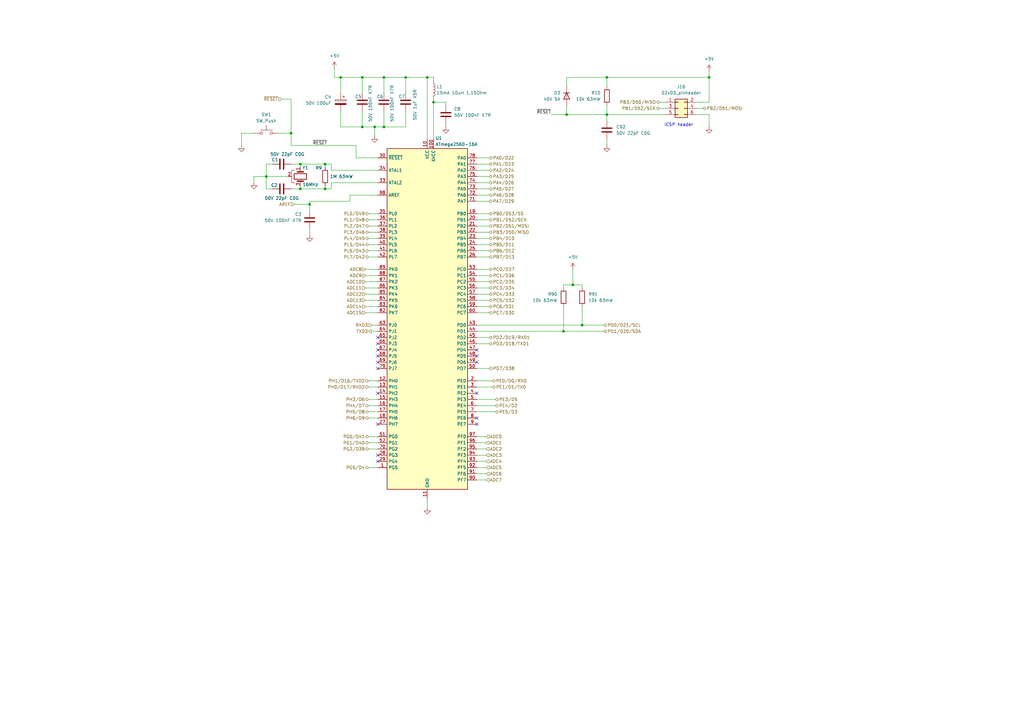
<source format=kicad_sch>
(kicad_sch (version 20250114) (generator "eeschema") (generator_version "9.0")
  (paper "A3")
  (title_block (title "Fontys adaptive robotics AGV platform.") (date "2025-03-01") (rev "V1.0") (company "Mete Han Keskin") (comment 1 "MIT License. Copyright (c) 2025 kestech.net"))
  (lib_symbols
    (symbol "Connector_Generic:Conn_02x03_Odd_Even" (pin_names (offset 1.016) (hide yes))
      (property "Reference" "J" (at 1.27 5.08 0))
      (property "Value" "Conn_02x03_Odd_Even" (at 1.27 -5.08 0))
      (symbol "Conn_02x03_Odd_Even_1_1"
        (rectangle (start -1.27 3.81) (end 3.81 -3.81) (stroke (width 0.254)) (fill (type background)))
        (rectangle (start -1.27 2.667) (end 0 2.413) (stroke (width 0.1524)))
        (rectangle (start -1.27 0.127) (end 0 -0.127) (stroke (width 0.1524)))
        (rectangle (start -1.27 -2.413) (end 0 -2.667) (stroke (width 0.1524)))
        (rectangle (start 3.81 2.667) (end 2.54 2.413) (stroke (width 0.1524)))
        (rectangle (start 3.81 0.127) (end 2.54 -0.127) (stroke (width 0.1524)))
        (rectangle (start 3.81 -2.413) (end 2.54 -2.667) (stroke (width 0.1524)))
        (pin passive line (at -5.08 2.54 0) (length 3.81) (name "Pin_1") (number "1"))
        (pin passive line (at -5.08 0 0) (length 3.81) (name "Pin_3") (number "3"))
        (pin passive line (at -5.08 -2.54 0) (length 3.81) (name "Pin_5") (number "5"))
        (pin passive line (at 7.62 2.54 180) (length 3.81) (name "Pin_2") (number "2"))
        (pin passive line (at 7.62 0 180) (length 3.81) (name "Pin_4") (number "4"))
        (pin passive line (at 7.62 -2.54 180) (length 3.81) (name "Pin_6") (number "6"))
      )
    )
    (symbol "Device:C" (pin_numbers (hide yes)) (pin_names (offset 0.254))
      (property "Reference" "C" (at 0.635 2.54 0))
      (property "Value" "C" (at 0.635 -2.54 0))
      (symbol "C_0_1"
        (polyline (pts (xy -2.032 0.762) (xy 2.032 0.762)) (stroke (width 0.508)))
        (polyline (pts (xy -2.032 -0.762) (xy 2.032 -0.762)) (stroke (width 0.508)))
      )
      (symbol "C_1_1"
        (pin passive line (at 0 3.81 270) (length 2.794) (name "~") (number "1"))
        (pin passive line (at 0 -3.81 90) (length 2.794) (name "~") (number "2"))
      )
    )
    (symbol "Device:C_Polarized" (pin_numbers (hide yes)) (pin_names (offset 0.254))
      (property "Reference" "C" (at 0.635 2.54 0))
      (property "Value" "C_Polarized" (at 0.635 -2.54 0))
      (symbol "C_Polarized_0_1"
        (rectangle (start -2.286 0.508) (end 2.286 1.016))
        (polyline (pts (xy -1.778 2.286) (xy -0.762 2.286)))
        (polyline (pts (xy -1.27 2.794) (xy -1.27 1.778)))
        (rectangle (start 2.286 -0.508) (end -2.286 -1.016) (fill (type outline)))
      )
      (symbol "C_Polarized_1_1"
        (pin passive line (at 0 3.81 270) (length 2.794) (name "~") (number "1"))
        (pin passive line (at 0 -3.81 90) (length 2.794) (name "~") (number "2"))
      )
    )
    (symbol "Device:Crystal_GND2" (pin_names (offset 1.016) (hide yes))
      (property "Reference" "Y" (at 0 5.715 0))
      (property "Value" "Crystal_GND2" (at 0 3.81 0))
      (symbol "Crystal_GND2_0_1"
        (polyline (pts (xy -2.54 0) (xy -1.905 0)))
        (polyline (pts (xy -2.54 -2.286) (xy -2.54 -3.556) (xy 2.54 -3.556) (xy 2.54 -2.286)))
        (polyline (pts (xy -1.905 -1.27) (xy -1.905 1.27)) (stroke (width 0.508)))
        (rectangle (start -1.143 2.54) (end 1.143 -2.54) (stroke (width 0.3048)))
        (polyline (pts (xy 0 -3.81) (xy 0 -3.556)))
        (polyline (pts (xy 1.905 1.27) (xy 1.905 -1.27)) (stroke (width 0.508)))
        (polyline (pts (xy 1.905 0) (xy 2.54 0)))
      )
      (symbol "Crystal_GND2_1_1"
        (pin passive line (at -3.81 0 0) (length 1.27) (name "1") (number "1"))
        (pin passive line (at 0 -5.08 90) (length 1.27) (name "2") (number "2"))
        (pin passive line (at 3.81 0 180) (length 1.27) (name "3") (number "3"))
      )
    )
    (symbol "Device:D" (pin_numbers (hide yes)) (pin_names (offset 1.016) (hide yes))
      (property "Reference" "D" (at 0 2.54 0))
      (property "Value" "D" (at 0 -2.54 0))
      (symbol "D_0_1"
        (polyline (pts (xy -1.27 1.27) (xy -1.27 -1.27)) (stroke (width 0.254)))
        (polyline (pts (xy 1.27 1.27) (xy 1.27 -1.27) (xy -1.27 0) (xy 1.27 1.27)) (stroke (width 0.254)))
        (polyline (pts (xy 1.27 0) (xy -1.27 0)))
      )
      (symbol "D_1_1"
        (pin passive line (at -3.81 0 0) (length 2.54) (name "K") (number "1"))
        (pin passive line (at 3.81 0 180) (length 2.54) (name "A") (number "2"))
      )
    )
    (symbol "Device:L" (pin_numbers (hide yes)) (pin_names (offset 1.016) (hide yes))
      (property "Reference" "L" (at -1.27 0 90))
      (property "Value" "L" (at 1.905 0 90))
      (symbol "L_0_1"
        (arc (start 0 2.54) (mid 0.6323 1.905) (end 0 1.27))
        (arc (start 0 1.27) (mid 0.6323 0.635) (end 0 0))
        (arc (start 0 0) (mid 0.6323 -0.635) (end 0 -1.27))
        (arc (start 0 -1.27) (mid 0.6323 -1.905) (end 0 -2.54))
      )
      (symbol "L_1_1"
        (pin passive line (at 0 3.81 270) (length 1.27) (name "1") (number "1"))
        (pin passive line (at 0 -3.81 90) (length 1.27) (name "2") (number "2"))
      )
    )
    (symbol "Device:R" (pin_numbers (hide yes)) (pin_names (offset 0))
      (property "Reference" "R" (at 2.032 0 90))
      (property "Value" "R" (at 0 0 90))
      (symbol "R_0_1"
        (rectangle (start -1.016 -2.54) (end 1.016 2.54) (stroke (width 0.254)))
      )
      (symbol "R_1_1"
        (pin passive line (at 0 3.81 270) (length 1.27) (name "~") (number "1"))
        (pin passive line (at 0 -3.81 90) (length 1.27) (name "~") (number "2"))
      )
    )
    (symbol "MCU_Microchip_ATmega:ATmega2560-16A"
      (property "Reference" "U" (at 0 1.27 0))
      (property "Value" "ATmega2560-16A" (at 0 -1.27 0))
      (symbol "ATmega2560-16A_0_1"
        (rectangle (start -16.51 -69.85) (end 16.51 69.85) (stroke (width 0.254)) (fill (type background)))
      )
      (symbol "ATmega2560-16A_1_1"
        (pin input line (at -20.32 66.04 0) (length 3.81) (name "~{RESET}") (number "30"))
        (pin input line (at -20.32 60.96 0) (length 3.81) (name "XTAL1") (number "34"))
        (pin output line (at -20.32 55.88 0) (length 3.81) (name "XTAL2") (number "33"))
        (pin passive line (at -20.32 50.8 0) (length 3.81) (name "AREF") (number "98"))
        (pin bidirectional line (at -20.32 43.18 0) (length 3.81) (name "PL0") (number "35"))
        (pin bidirectional line (at -20.32 40.64 0) (length 3.81) (name "PL1") (number "36"))
        (pin bidirectional line (at -20.32 38.1 0) (length 3.81) (name "PL2") (number "37"))
        (pin bidirectional line (at -20.32 35.56 0) (length 3.81) (name "PL3") (number "38"))
        (pin bidirectional line (at -20.32 33.02 0) (length 3.81) (name "PL4") (number "39"))
        (pin bidirectional line (at -20.32 30.48 0) (length 3.81) (name "PL5") (number "40"))
        (pin bidirectional line (at -20.32 27.94 0) (length 3.81) (name "PL6") (number "41"))
        (pin bidirectional line (at -20.32 25.4 0) (length 3.81) (name "PL7") (number "42"))
        (pin bidirectional line (at -20.32 20.32 0) (length 3.81) (name "PK0") (number "89"))
        (pin bidirectional line (at -20.32 17.78 0) (length 3.81) (name "PK1") (number "88"))
        (pin bidirectional line (at -20.32 15.24 0) (length 3.81) (name "PK2") (number "87"))
        (pin bidirectional line (at -20.32 12.7 0) (length 3.81) (name "PK3") (number "86"))
        (pin bidirectional line (at -20.32 10.16 0) (length 3.81) (name "PK4") (number "85"))
        (pin bidirectional line (at -20.32 7.62 0) (length 3.81) (name "PK5") (number "84"))
        (pin bidirectional line (at -20.32 5.08 0) (length 3.81) (name "PK6") (number "83"))
        (pin bidirectional line (at -20.32 2.54 0) (length 3.81) (name "PK7") (number "82"))
        (pin bidirectional line (at -20.32 -2.54 0) (length 3.81) (name "PJ0") (number "63"))
        (pin bidirectional line (at -20.32 -5.08 0) (length 3.81) (name "PJ1") (number "64"))
        (pin bidirectional line (at -20.32 -7.62 0) (length 3.81) (name "PJ2") (number "65"))
        (pin bidirectional line (at -20.32 -10.16 0) (length 3.81) (name "PJ3") (number "66"))
        (pin bidirectional line (at -20.32 -12.7 0) (length 3.81) (name "PJ4") (number "67"))
        (pin bidirectional line (at -20.32 -15.24 0) (length 3.81) (name "PJ5") (number "68"))
        (pin bidirectional line (at -20.32 -17.78 0) (length 3.81) (name "PJ6") (number "69"))
        (pin bidirectional line (at -20.32 -20.32 0) (length 3.81) (name "PJ7") (number "79"))
        (pin bidirectional line (at -20.32 -25.4 0) (length 3.81) (name "PH0") (number "12"))
        (pin bidirectional line (at -20.32 -27.94 0) (length 3.81) (name "PH1") (number "13"))
        (pin bidirectional line (at -20.32 -30.48 0) (length 3.81) (name "PH2") (number "14"))
        (pin bidirectional line (at -20.32 -33.02 0) (length 3.81) (name "PH3") (number "15"))
        (pin bidirectional line (at -20.32 -35.56 0) (length 3.81) (name "PH4") (number "16"))
        (pin bidirectional line (at -20.32 -38.1 0) (length 3.81) (name "PH5") (number "17"))
        (pin bidirectional line (at -20.32 -40.64 0) (length 3.81) (name "PH6") (number "18"))
        (pin bidirectional line (at -20.32 -43.18 0) (length 3.81) (name "PH7") (number "27"))
        (pin bidirectional line (at -20.32 -48.26 0) (length 3.81) (name "PG0") (number "51"))
        (pin bidirectional line (at -20.32 -50.8 0) (length 3.81) (name "PG1") (number "52"))
        (pin bidirectional line (at -20.32 -53.34 0) (length 3.81) (name "PG2") (number "70"))
        (pin bidirectional line (at -20.32 -55.88 0) (length 3.81) (name "PG3") (number "28"))
        (pin bidirectional line (at -20.32 -58.42 0) (length 3.81) (name "PG4") (number "29"))
        (pin bidirectional line (at -20.32 -60.96 0) (length 3.81) (name "PG5") (number "1"))
        (pin power_in line (at 0 73.66 270) (length 3.81) (name "VCC") (number "10"))
        (pin passive line (at 0 73.66 270) (length 3.81) (hide yes) (name "VCC") (number "31"))
        (pin passive line (at 0 73.66 270) (length 3.81) (hide yes) (name "VCC") (number "61"))
        (pin passive line (at 0 73.66 270) (length 3.81) (hide yes) (name "VCC") (number "80"))
        (pin power_in line (at 0 -73.66 90) (length 3.81) (name "GND") (number "11"))
        (pin passive line (at 0 -73.66 90) (length 3.81) (hide yes) (name "GND") (number "32"))
        (pin passive line (at 0 -73.66 90) (length 3.81) (hide yes) (name "GND") (number "62"))
        (pin passive line (at 0 -73.66 90) (length 3.81) (hide yes) (name "GND") (number "81"))
        (pin passive line (at 0 -73.66 90) (length 3.81) (hide yes) (name "GND") (number "99"))
        (pin power_in line (at 2.54 73.66 270) (length 3.81) (name "AVCC") (number "100"))
        (pin bidirectional line (at 20.32 66.04 180) (length 3.81) (name "PA0") (number "78"))
        (pin bidirectional line (at 20.32 63.5 180) (length 3.81) (name "PA1") (number "77"))
        (pin bidirectional line (at 20.32 60.96 180) (length 3.81) (name "PA2") (number "76"))
        (pin bidirectional line (at 20.32 58.42 180) (length 3.81) (name "PA3") (number "75"))
        (pin bidirectional line (at 20.32 55.88 180) (length 3.81) (name "PA4") (number "74"))
        (pin bidirectional line (at 20.32 53.34 180) (length 3.81) (name "PA5") (number "73"))
        (pin bidirectional line (at 20.32 50.8 180) (length 3.81) (name "PA6") (number "72"))
        (pin bidirectional line (at 20.32 48.26 180) (length 3.81) (name "PA7") (number "71"))
        (pin bidirectional line (at 20.32 43.18 180) (length 3.81) (name "PB0") (number "19"))
        (pin bidirectional line (at 20.32 40.64 180) (length 3.81) (name "PB1") (number "20"))
        (pin bidirectional line (at 20.32 38.1 180) (length 3.81) (name "PB2") (number "21"))
        (pin bidirectional line (at 20.32 35.56 180) (length 3.81) (name "PB3") (number "22"))
        (pin bidirectional line (at 20.32 33.02 180) (length 3.81) (name "PB4") (number "23"))
        (pin bidirectional line (at 20.32 30.48 180) (length 3.81) (name "PB5") (number "24"))
        (pin bidirectional line (at 20.32 27.94 180) (length 3.81) (name "PB6") (number "25"))
        (pin bidirectional line (at 20.32 25.4 180) (length 3.81) (name "PB7") (number "26"))
        (pin bidirectional line (at 20.32 20.32 180) (length 3.81) (name "PC0") (number "53"))
        (pin bidirectional line (at 20.32 17.78 180) (length 3.81) (name "PC1") (number "54"))
        (pin bidirectional line (at 20.32 15.24 180) (length 3.81) (name "PC2") (number "55"))
        (pin bidirectional line (at 20.32 12.7 180) (length 3.81) (name "PC3") (number "56"))
        (pin bidirectional line (at 20.32 10.16 180) (length 3.81) (name "PC4") (number "57"))
        (pin bidirectional line (at 20.32 7.62 180) (length 3.81) (name "PC5") (number "58"))
        (pin bidirectional line (at 20.32 5.08 180) (length 3.81) (name "PC6") (number "59"))
        (pin bidirectional line (at 20.32 2.54 180) (length 3.81) (name "PC7") (number "60"))
        (pin bidirectional line (at 20.32 -2.54 180) (length 3.81) (name "PD0") (number "43"))
        (pin bidirectional line (at 20.32 -5.08 180) (length 3.81) (name "PD1") (number "44"))
        (pin bidirectional line (at 20.32 -7.62 180) (length 3.81) (name "PD2") (number "45"))
        (pin bidirectional line (at 20.32 -10.16 180) (length 3.81) (name "PD3") (number "46"))
        (pin bidirectional line (at 20.32 -12.7 180) (length 3.81) (name "PD4") (number "47"))
        (pin bidirectional line (at 20.32 -15.24 180) (length 3.81) (name "PD5") (number "48"))
        (pin bidirectional line (at 20.32 -17.78 180) (length 3.81) (name "PD6") (number "49"))
        (pin bidirectional line (at 20.32 -20.32 180) (length 3.81) (name "PD7") (number "50"))
        (pin bidirectional line (at 20.32 -25.4 180) (length 3.81) (name "PE0") (number "2"))
        (pin bidirectional line (at 20.32 -27.94 180) (length 3.81) (name "PE1") (number "3"))
        (pin bidirectional line (at 20.32 -30.48 180) (length 3.81) (name "PE2") (number "4"))
        (pin bidirectional line (at 20.32 -33.02 180) (length 3.81) (name "PE3") (number "5"))
        (pin bidirectional line (at 20.32 -35.56 180) (length 3.81) (name "PE4") (number "6"))
        (pin bidirectional line (at 20.32 -38.1 180) (length 3.81) (name "PE5") (number "7"))
        (pin bidirectional line (at 20.32 -40.64 180) (length 3.81) (name "PE6") (number "8"))
        (pin bidirectional line (at 20.32 -43.18 180) (length 3.81) (name "PE7") (number "9"))
        (pin bidirectional line (at 20.32 -48.26 180) (length 3.81) (name "PF0") (number "97"))
        (pin bidirectional line (at 20.32 -50.8 180) (length 3.81) (name "PF1") (number "96"))
        (pin bidirectional line (at 20.32 -53.34 180) (length 3.81) (name "PF2") (number "95"))
        (pin bidirectional line (at 20.32 -55.88 180) (length 3.81) (name "PF3") (number "94"))
        (pin bidirectional line (at 20.32 -58.42 180) (length 3.81) (name "PF4") (number "93"))
        (pin bidirectional line (at 20.32 -60.96 180) (length 3.81) (name "PF5") (number "92"))
        (pin bidirectional line (at 20.32 -63.5 180) (length 3.81) (name "PF6") (number "91"))
        (pin bidirectional line (at 20.32 -66.04 180) (length 3.81) (name "PF7") (number "90"))
      )
    )
    (symbol "Switch:SW_Push" (pin_numbers (hide yes)) (pin_names (offset 1.016) (hide yes))
      (property "Reference" "SW" (at 1.27 2.54 0))
      (property "Value" "SW_Push" (at 0 -1.524 0))
      (symbol "SW_Push_0_1"
        (circle (center -2.032 0) (radius 0.508))
        (polyline (pts (xy 0 1.27) (xy 0 3.048)))
        (circle (center 2.032 0) (radius 0.508))
        (polyline (pts (xy 2.54 1.27) (xy -2.54 1.27)))
        (pin passive line (at -5.08 0 0) (length 2.54) (name "1") (number "1"))
        (pin passive line (at 5.08 0 180) (length 2.54) (name "2") (number "2"))
      )
    )
    (symbol "power:+5V" (power) (pin_numbers (hide yes)) (pin_names (offset 0) (hide yes))
      (property "Value" "+5V" (at 0 3.556 0))
      (symbol "+5V_0_1"
        (polyline (pts (xy -0.762 1.27) (xy 0 2.54)))
        (polyline (pts (xy 0 2.54) (xy 0.762 1.27)))
        (polyline (pts (xy 0 0) (xy 0 2.54)))
      )
      (symbol "+5V_1_1"
        (pin power_in line (at 0 0 90) (length 0) (name "~") (number "1"))
      )
    )
    (symbol "power:GND" (power) (pin_numbers (hide yes)) (pin_names (offset 0) (hide yes))
      (property "Value" "GND" (at 0 -3.81 0))
      (symbol "GND_0_1"
        (polyline (pts (xy 0 0) (xy 0 -1.27) (xy 1.27 -1.27) (xy 0 -2.54) (xy -1.27 -1.27) (xy 0 -1.27)))
      )
      (symbol "GND_1_1"
        (pin power_in line (at 0 0 270) (length 0) (name "~") (number "1"))
      )
    )
  )
  (text "ICSP header" (at 278.384 51.308 0) (effects (font (size 1.27 1.27))))
  (junction (at 157.48 31.75))
  (junction (at 139.7 31.75))
  (junction (at 175.26 31.75))
  (junction (at 248.92 31.75))
  (junction (at 238.76 133.35))
  (junction (at 123.19 77.47))
  (junction (at 153.67 52.07))
  (junction (at 231.14 135.89))
  (junction (at 133.35 77.47))
  (junction (at 232.41 46.99))
  (junction (at 177.8 41.91))
  (junction (at 133.35 67.31))
  (junction (at 119.38 54.61))
  (junction (at 166.37 31.75))
  (junction (at 148.59 52.07))
  (junction (at 290.83 31.75))
  (junction (at 123.19 67.31))
  (junction (at 248.92 46.99))
  (junction (at 157.48 52.07))
  (junction (at 234.95 116.84))
  (junction (at 109.22 72.39))
  (junction (at 148.59 31.75))
  (junction (at 127 83.82))
  (no_connect (at 195.58 161.29))
  (no_connect (at 195.58 148.59))
  (no_connect (at 154.94 151.13))
  (no_connect (at 154.94 173.99))
  (no_connect (at 195.58 143.51))
  (no_connect (at 195.58 146.05))
  (no_connect (at 154.94 148.59))
  (no_connect (at 154.94 146.05))
  (no_connect (at 154.94 140.97))
  (no_connect (at 195.58 173.99))
  (no_connect (at 154.94 161.29))
  (no_connect (at 154.94 138.43))
  (no_connect (at 154.94 143.51))
  (no_connect (at 154.94 186.69))
  (no_connect (at 154.94 189.23))
  (no_connect (at 195.58 171.45))
  (wire (pts (xy 232.41 43.18) (xy 232.41 46.99)))
  (wire (pts (xy 200.66 123.19) (xy 195.58 123.19)))
  (wire (pts (xy 99.06 54.61) (xy 99.06 59.69)))
  (wire (pts (xy 200.66 95.25) (xy 195.58 95.25)))
  (wire (pts (xy 199.39 191.77) (xy 195.58 191.77)))
  (wire (pts (xy 157.48 31.75) (xy 157.48 38.1)))
  (wire (pts (xy 148.59 45.72) (xy 148.59 52.07)))
  (wire (pts (xy 139.7 31.75) (xy 148.59 31.75)))
  (wire (pts (xy 135.89 69.85) (xy 154.94 69.85)))
  (wire (pts (xy 115.57 40.64) (xy 119.38 40.64)))
  (wire (pts (xy 149.86 125.73) (xy 154.94 125.73)))
  (wire (pts (xy 231.14 135.89) (xy 195.58 135.89)))
  (wire (pts (xy 200.66 100.33) (xy 195.58 100.33)))
  (wire (pts (xy 139.7 52.07) (xy 148.59 52.07)))
  (wire (pts (xy 123.19 67.31) (xy 123.19 68.58)))
  (wire (pts (xy 119.38 67.31) (xy 123.19 67.31)))
  (wire (pts (xy 200.66 110.49) (xy 195.58 110.49)))
  (wire (pts (xy 195.58 69.85) (xy 200.66 69.85)))
  (wire (pts (xy 248.92 43.18) (xy 248.92 46.99)))
  (wire (pts (xy 127 96.52) (xy 127 93.98)))
  (wire (pts (xy 148.59 31.75) (xy 157.48 31.75)))
  (wire (pts (xy 139.7 31.75) (xy 139.7 38.1)))
  (wire (pts (xy 153.67 52.07) (xy 157.48 52.07)))
  (wire (pts (xy 157.48 45.72) (xy 157.48 52.07)))
  (wire (pts (xy 195.58 166.37) (xy 203.2 166.37)))
  (wire (pts (xy 151.13 100.33) (xy 154.94 100.33)))
  (wire (pts (xy 149.86 128.27) (xy 154.94 128.27)))
  (wire (pts (xy 151.13 168.91) (xy 154.94 168.91)))
  (wire (pts (xy 104.14 54.61) (xy 99.06 54.61)))
  (wire (pts (xy 120.65 83.82) (xy 127 83.82)))
  (wire (pts (xy 154.94 64.77) (xy 146.05 64.77)))
  (wire (pts (xy 182.88 41.91) (xy 182.88 43.18)))
  (wire (pts (xy 148.59 31.75) (xy 148.59 38.1)))
  (wire (pts (xy 119.38 59.69) (xy 146.05 59.69)))
  (wire (pts (xy 149.86 118.11) (xy 154.94 118.11)))
  (wire (pts (xy 199.39 189.23) (xy 195.58 189.23)))
  (wire (pts (xy 182.88 41.91) (xy 177.8 41.91)))
  (wire (pts (xy 177.8 31.75) (xy 177.8 33.02)))
  (wire (pts (xy 195.58 80.01) (xy 200.66 80.01)))
  (wire (pts (xy 151.13 191.77) (xy 154.94 191.77)))
  (wire (pts (xy 151.13 90.17) (xy 154.94 90.17)))
  (wire (pts (xy 285.75 44.45) (xy 288.29 44.45)))
  (wire (pts (xy 151.13 105.41) (xy 154.94 105.41)))
  (wire (pts (xy 200.66 125.73) (xy 195.58 125.73)))
  (wire (pts (xy 104.14 74.93) (xy 104.14 72.39)))
  (wire (pts (xy 151.13 163.83) (xy 154.94 163.83)))
  (wire (pts (xy 238.76 125.73) (xy 238.76 133.35)))
  (wire (pts (xy 123.19 77.47) (xy 123.19 76.2)))
  (wire (pts (xy 114.3 54.61) (xy 119.38 54.61)))
  (wire (pts (xy 238.76 133.35) (xy 247.65 133.35)))
  (wire (pts (xy 177.8 41.91) (xy 177.8 57.15)))
  (wire (pts (xy 285.75 46.99) (xy 290.83 46.99)))
  (wire (pts (xy 151.13 171.45) (xy 154.94 171.45)))
  (wire (pts (xy 199.39 196.85) (xy 195.58 196.85)))
  (wire (pts (xy 248.92 57.15) (xy 248.92 59.69)))
  (wire (pts (xy 151.13 158.75) (xy 154.94 158.75)))
  (wire (pts (xy 248.92 35.56) (xy 248.92 31.75)))
  (wire (pts (xy 151.13 156.21) (xy 154.94 156.21)))
  (wire (pts (xy 109.22 72.39) (xy 118.11 72.39)))
  (wire (pts (xy 247.65 135.89) (xy 231.14 135.89)))
  (wire (pts (xy 195.58 151.13) (xy 200.66 151.13)))
  (wire (pts (xy 195.58 74.93) (xy 200.66 74.93)))
  (wire (pts (xy 151.13 179.07) (xy 154.94 179.07)))
  (wire (pts (xy 143.51 82.55) (xy 143.51 80.01)))
  (wire (pts (xy 177.8 40.64) (xy 177.8 41.91)))
  (wire (pts (xy 166.37 31.75) (xy 175.26 31.75)))
  (wire (pts (xy 234.95 110.49) (xy 234.95 116.84)))
  (wire (pts (xy 182.88 50.8) (xy 182.88 52.07)))
  (wire (pts (xy 290.83 46.99) (xy 290.83 52.07)))
  (wire (pts (xy 195.58 82.55) (xy 200.66 82.55)))
  (wire (pts (xy 135.89 67.31) (xy 135.89 69.85)))
  (wire (pts (xy 195.58 156.21) (xy 201.93 156.21)))
  (wire (pts (xy 270.51 44.45) (xy 273.05 44.45)))
  (wire (pts (xy 127 86.36) (xy 127 83.82)))
  (wire (pts (xy 151.13 184.15) (xy 154.94 184.15)))
  (wire (pts (xy 199.39 181.61) (xy 195.58 181.61)))
  (wire (pts (xy 290.83 29.21) (xy 290.83 31.75)))
  (wire (pts (xy 133.35 77.47) (xy 123.19 77.47)))
  (wire (pts (xy 137.16 31.75) (xy 139.7 31.75)))
  (wire (pts (xy 137.16 27.94) (xy 137.16 31.75)))
  (wire (pts (xy 135.89 77.47) (xy 133.35 77.47)))
  (wire (pts (xy 133.35 68.58) (xy 133.35 67.31)))
  (wire (pts (xy 199.39 184.15) (xy 195.58 184.15)))
  (wire (pts (xy 200.66 90.17) (xy 195.58 90.17)))
  (wire (pts (xy 152.4 133.35) (xy 154.94 133.35)))
  (wire (pts (xy 200.66 140.97) (xy 195.58 140.97)))
  (wire (pts (xy 146.05 64.77) (xy 146.05 59.69)))
  (wire (pts (xy 195.58 64.77) (xy 200.66 64.77)))
  (wire (pts (xy 195.58 72.39) (xy 200.66 72.39)))
  (wire (pts (xy 226.06 46.99) (xy 232.41 46.99)))
  (wire (pts (xy 195.58 168.91) (xy 203.2 168.91)))
  (wire (pts (xy 234.95 116.84) (xy 238.76 116.84)))
  (wire (pts (xy 149.86 115.57) (xy 154.94 115.57)))
  (wire (pts (xy 290.83 31.75) (xy 290.83 41.91)))
  (wire (pts (xy 232.41 46.99) (xy 248.92 46.99)))
  (wire (pts (xy 200.66 138.43) (xy 195.58 138.43)))
  (wire (pts (xy 175.26 31.75) (xy 175.26 57.15)))
  (wire (pts (xy 139.7 45.72) (xy 139.7 52.07)))
  (wire (pts (xy 151.13 92.71) (xy 154.94 92.71)))
  (wire (pts (xy 149.86 123.19) (xy 154.94 123.19)))
  (wire (pts (xy 199.39 179.07) (xy 195.58 179.07)))
  (wire (pts (xy 231.14 125.73) (xy 231.14 135.89)))
  (wire (pts (xy 151.13 181.61) (xy 154.94 181.61)))
  (wire (pts (xy 166.37 52.07) (xy 166.37 45.72)))
  (wire (pts (xy 199.39 186.69) (xy 195.58 186.69)))
  (wire (pts (xy 149.86 113.03) (xy 154.94 113.03)))
  (wire (pts (xy 152.4 135.89) (xy 154.94 135.89)))
  (wire (pts (xy 104.14 72.39) (xy 109.22 72.39)))
  (wire (pts (xy 200.66 97.79) (xy 195.58 97.79)))
  (wire (pts (xy 199.39 194.31) (xy 195.58 194.31)))
  (wire (pts (xy 119.38 77.47) (xy 123.19 77.47)))
  (wire (pts (xy 238.76 116.84) (xy 238.76 118.11)))
  (wire (pts (xy 166.37 31.75) (xy 166.37 38.1)))
  (wire (pts (xy 248.92 46.99) (xy 248.92 49.53)))
  (wire (pts (xy 200.66 118.11) (xy 195.58 118.11)))
  (wire (pts (xy 200.66 92.71) (xy 195.58 92.71)))
  (wire (pts (xy 119.38 40.64) (xy 119.38 54.61)))
  (wire (pts (xy 231.14 116.84) (xy 231.14 118.11)))
  (wire (pts (xy 175.26 204.47) (xy 175.26 208.28)))
  (wire (pts (xy 151.13 87.63) (xy 154.94 87.63)))
  (wire (pts (xy 157.48 31.75) (xy 166.37 31.75)))
  (wire (pts (xy 200.66 105.41) (xy 195.58 105.41)))
  (wire (pts (xy 200.66 120.65) (xy 195.58 120.65)))
  (wire (pts (xy 231.14 116.84) (xy 234.95 116.84)))
  (wire (pts (xy 151.13 166.37) (xy 154.94 166.37)))
  (wire (pts (xy 151.13 102.87) (xy 154.94 102.87)))
  (wire (pts (xy 149.86 120.65) (xy 154.94 120.65)))
  (wire (pts (xy 248.92 31.75) (xy 290.83 31.75)))
  (wire (pts (xy 148.59 52.07) (xy 153.67 52.07)))
  (wire (pts (xy 195.58 77.47) (xy 200.66 77.47)))
  (wire (pts (xy 195.58 67.31) (xy 200.66 67.31)))
  (wire (pts (xy 133.35 67.31) (xy 123.19 67.31)))
  (wire (pts (xy 200.66 102.87) (xy 195.58 102.87)))
  (wire (pts (xy 238.76 133.35) (xy 195.58 133.35)))
  (wire (pts (xy 153.67 52.07) (xy 153.67 55.88)))
  (wire (pts (xy 195.58 163.83) (xy 203.2 163.83)))
  (wire (pts (xy 151.13 97.79) (xy 154.94 97.79)))
  (wire (pts (xy 111.76 67.31) (xy 109.22 67.31)))
  (wire (pts (xy 133.35 67.31) (xy 135.89 67.31)))
  (wire (pts (xy 109.22 67.31) (xy 109.22 72.39)))
  (wire (pts (xy 135.89 74.93) (xy 135.89 77.47)))
  (wire (pts (xy 127 82.55) (xy 143.51 82.55)))
  (wire (pts (xy 127 83.82) (xy 127 82.55)))
  (wire (pts (xy 285.75 41.91) (xy 290.83 41.91)))
  (wire (pts (xy 232.41 35.56) (xy 232.41 31.75)))
  (wire (pts (xy 154.94 74.93) (xy 135.89 74.93)))
  (wire (pts (xy 200.66 87.63) (xy 195.58 87.63)))
  (wire (pts (xy 149.86 110.49) (xy 154.94 110.49)))
  (wire (pts (xy 195.58 158.75) (xy 201.93 158.75)))
  (wire (pts (xy 175.26 31.75) (xy 177.8 31.75)))
  (wire (pts (xy 200.66 115.57) (xy 195.58 115.57)))
  (wire (pts (xy 270.51 41.91) (xy 273.05 41.91)))
  (wire (pts (xy 111.76 77.47) (xy 109.22 77.47)))
  (wire (pts (xy 200.66 128.27) (xy 195.58 128.27)))
  (wire (pts (xy 200.66 113.03) (xy 195.58 113.03)))
  (wire (pts (xy 157.48 52.07) (xy 166.37 52.07)))
  (wire (pts (xy 151.13 95.25) (xy 154.94 95.25)))
  (wire (pts (xy 248.92 46.99) (xy 273.05 46.99)))
  (wire (pts (xy 143.51 80.01) (xy 154.94 80.01)))
  (wire (pts (xy 133.35 76.2) (xy 133.35 77.47)))
  (wire (pts (xy 109.22 77.47) (xy 109.22 72.39)))
  (wire (pts (xy 232.41 31.75) (xy 248.92 31.75)))
  (wire (pts (xy 119.38 54.61) (xy 119.38 59.69)))
  (label "~{RESET}" (at 128.27 59.69 0))
  (label "~{RESET}" (at 226.06 46.99 180))
  (hierarchical_label "PC6{slash}D31" (shape bidirectional) (at 200.66 125.73 0))
  (hierarchical_label "PB5{slash}D11" (shape bidirectional) (at 200.66 100.33 0))
  (hierarchical_label "PC1{slash}D36" (shape bidirectional) (at 200.66 113.03 0))
  (hierarchical_label "ADC13" (shape input) (at 149.86 123.19 180))
  (hierarchical_label "PG5{slash}D4" (shape bidirectional) (at 151.13 191.77 180))
  (hierarchical_label "TXD3" (shape output) (at 152.4 135.89 180))
  (hierarchical_label "PB1{slash}D52{slash}SCK" (shape bidirectional) (at 200.66 90.17 0))
  (hierarchical_label "PA6{slash}D28" (shape bidirectional) (at 200.66 80.01 0))
  (hierarchical_label "PC2{slash}D35" (shape bidirectional) (at 200.66 115.57 0))
  (hierarchical_label "PG0{slash}D41" (shape bidirectional) (at 151.13 179.07 180))
  (hierarchical_label "PC5{slash}D32" (shape bidirectional) (at 200.66 123.19 0))
  (hierarchical_label "~{RESET}" (shape input) (at 115.57 40.64 180))
  (hierarchical_label "ADC5" (shape input) (at 199.39 191.77 0))
  (hierarchical_label "PH5{slash}D8" (shape bidirectional) (at 151.13 168.91 180))
  (hierarchical_label "PE5{slash}D3" (shape bidirectional) (at 203.2 168.91 0))
  (hierarchical_label "PB3{slash}D50{slash}MISO" (shape bidirectional) (at 270.51 41.91 180))
  (hierarchical_label "PH6{slash}D9" (shape bidirectional) (at 151.13 171.45 180))
  (hierarchical_label "PH3{slash}D6" (shape bidirectional) (at 151.13 163.83 180))
  (hierarchical_label "PA7{slash}D29" (shape bidirectional) (at 200.66 82.55 0))
  (hierarchical_label "PC7{slash}D30" (shape bidirectional) (at 200.66 128.27 0))
  (hierarchical_label "RXD3" (shape input) (at 152.4 133.35 180))
  (hierarchical_label "PD1{slash}D20{slash}SDA" (shape bidirectional) (at 247.65 135.89 0))
  (hierarchical_label "PL4{slash}D45" (shape bidirectional) (at 151.13 97.79 180))
  (hierarchical_label "ADC4" (shape input) (at 199.39 189.23 0))
  (hierarchical_label "PG2{slash}D39" (shape bidirectional) (at 151.13 184.15 180))
  (hierarchical_label "ADC1" (shape input) (at 199.39 181.61 0))
  (hierarchical_label "PE4{slash}D2" (shape bidirectional) (at 203.2 166.37 0))
  (hierarchical_label "ADC7" (shape input) (at 199.39 196.85 0))
  (hierarchical_label "PB2{slash}D51{slash}MOSI" (shape bidirectional) (at 288.29 44.45 0))
  (hierarchical_label "PB4{slash}D10" (shape bidirectional) (at 200.66 97.79 0))
  (hierarchical_label "ADC11" (shape input) (at 149.86 118.11 180))
  (hierarchical_label "PL5{slash}D44" (shape bidirectional) (at 151.13 100.33 180))
  (hierarchical_label "ADC15" (shape input) (at 149.86 128.27 180))
  (hierarchical_label "PH1{slash}D16{slash}TXD2" (shape bidirectional) (at 151.13 156.21 180))
  (hierarchical_label "ADC8" (shape input) (at 149.86 110.49 180))
  (hierarchical_label "PB2{slash}D51{slash}MOSI" (shape bidirectional) (at 200.66 92.71 0))
  (hierarchical_label "PB0{slash}D53{slash}SS" (shape bidirectional) (at 200.66 87.63 0))
  (hierarchical_label "PC4{slash}D33" (shape bidirectional) (at 200.66 120.65 0))
  (hierarchical_label "PA5{slash}D27" (shape bidirectional) (at 200.66 77.47 0))
  (hierarchical_label "PA2{slash}D24" (shape bidirectional) (at 200.66 69.85 0))
  (hierarchical_label "PD3{slash}D18{slash}TXD1" (shape bidirectional) (at 200.66 140.97 0))
  (hierarchical_label "PD0{slash}D21{slash}SCL" (shape bidirectional) (at 247.65 133.35 0))
  (hierarchical_label "PE3{slash}D5" (shape bidirectional) (at 203.2 163.83 0))
  (hierarchical_label "PB7{slash}D13" (shape bidirectional) (at 200.66 105.41 0))
  (hierarchical_label "PG1{slash}D40" (shape bidirectional) (at 151.13 181.61 180))
  (hierarchical_label "ADC0" (shape input) (at 199.39 179.07 0))
  (hierarchical_label "PA3{slash}D25" (shape bidirectional) (at 200.66 72.39 0))
  (hierarchical_label "PD7{slash}D38" (shape bidirectional) (at 200.66 151.13 0))
  (hierarchical_label "PC3{slash}D34" (shape bidirectional) (at 200.66 118.11 0))
  (hierarchical_label "ADC6" (shape input) (at 199.39 194.31 0))
  (hierarchical_label "PC0{slash}D37" (shape bidirectional) (at 200.66 110.49 0))
  (hierarchical_label "PH0{slash}D17{slash}RXD2" (shape bidirectional) (at 151.13 158.75 180))
  (hierarchical_label "PE0{slash}D0{slash}RX0" (shape bidirectional) (at 201.93 156.21 0))
  (hierarchical_label "PH4{slash}D7" (shape bidirectional) (at 151.13 166.37 180))
  (hierarchical_label "PL6{slash}D43" (shape bidirectional) (at 151.13 102.87 180))
  (hierarchical_label "PA1{slash}D23" (shape bidirectional) (at 200.66 67.31 0))
  (hierarchical_label "PL2{slash}D47" (shape bidirectional) (at 151.13 92.71 180))
  (hierarchical_label "ADC10" (shape input) (at 149.86 115.57 180))
  (hierarchical_label "ADC14" (shape input) (at 149.86 125.73 180))
  (hierarchical_label "PE1{slash}D1{slash}TX0" (shape bidirectional) (at 201.93 158.75 0))
  (hierarchical_label "PL0{slash}D49" (shape bidirectional) (at 151.13 87.63 180))
  (hierarchical_label "PL7{slash}D42" (shape bidirectional) (at 151.13 105.41 180))
  (hierarchical_label "PA4{slash}D26" (shape bidirectional) (at 200.66 74.93 0))
  (hierarchical_label "PL3{slash}D46" (shape bidirectional) (at 151.13 95.25 180))
  (hierarchical_label "PB1{slash}D52{slash}SCK" (shape bidirectional) (at 270.51 44.45 180))
  (hierarchical_label "ADC3" (shape input) (at 199.39 186.69 0))
  (hierarchical_label "AREF" (shape input) (at 120.65 83.82 180))
  (hierarchical_label "PA0{slash}D22" (shape bidirectional) (at 200.66 64.77 0))
  (hierarchical_label "PB3{slash}D50{slash}MISO" (shape bidirectional) (at 200.66 95.25 0))
  (hierarchical_label "PL1{slash}D48" (shape bidirectional) (at 151.13 90.17 180))
  (hierarchical_label "ADC12" (shape input) (at 149.86 120.65 180))
  (hierarchical_label "ADC9" (shape input) (at 149.86 113.03 180))
  (hierarchical_label "PB6{slash}D12" (shape bidirectional) (at 200.66 102.87 0))
  (hierarchical_label "ADC2" (shape input) (at 199.39 184.15 0))
  (hierarchical_label "PD2{slash}D19{slash}RXD1" (shape bidirectional) (at 200.66 138.43 0))
  (symbol (lib_id "power:GND") (at 290.83 52.07 0) (unit 1)
    (property "Reference" "#PWR051" (effects (hide yes)))
    (property "Value" "GND" (effects (hide yes)))
    (property "Description" "Power symbol creates a global label with name \"GND\" , ground" (effects (hide yes)))
  )
  (symbol (lib_id "Device:C") (at 182.88 46.99 0) (mirror y) (unit 1)
    (property "Reference" "C8" (at 186.182 44.704 0) (effects (justify right)))
    (property "Value" "50V 100nF X7R" (at 186.182 47.244 0) (effects (justify right)))
    (property "Footprint" "Capacitor_SMD:C_0603_1608Metric" (effects (hide yes)))
    (property "Datasheet" "https://jlcpcb.com/api/file/downloadByFileSystemAccessId/8579707083955945472" (effects (hide yes)))
    (property "Description" "Unpolarized capacitor" (effects (hide yes)))
    (property "LCSC" "C14663" (effects (hide yes)))
  )
  (symbol (lib_id "Device:C") (at 166.37 41.91 0) (unit 1)
    (property "Reference" "C7" (at 166.116 39.624 0) (effects (justify right)))
    (property "Value" "50V 1uF X5R" (at 170.18 36.576 90) (effects (justify right)))
    (property "Footprint" "Capacitor_SMD:C_0603_1608Metric" (effects (hide yes)))
    (property "Datasheet" "https://jlcpcb.com/api/file/downloadByFileSystemAccessId/8556213788459761664" (effects (hide yes)))
    (property "Description" "Unpolarized capacitor" (effects (hide yes)))
    (property "LCSC" "C15849" (effects (hide yes)))
  )
  (symbol (lib_id "Device:R") (at 248.92 39.37 0) (mirror x) (unit 1)
    (property "Reference" "R10" (at 246.38 38.0999 0) (effects (justify right)))
    (property "Value" "10k 63mW" (at 246.38 40.6399 0) (effects (justify right)))
    (property "Footprint" "Resistor_SMD:R_0402_1005Metric" (effects (hide yes)))
    (property "Datasheet" "https://jlcpcb.com/api/file/downloadByFileSystemAccessId/8556212101498380288" (effects (hide yes)))
    (property "Description" "Resistor" (effects (hide yes)))
    (property "LCSC" "C25744" (effects (hide yes)))
  )
  (symbol (lib_id "Device:C") (at 157.48 41.91 0) (mirror y) (unit 1)
    (property "Reference" "C6" (at 157.226 39.624 0) (effects (justify left)))
    (property "Value" "50V 100nF X7R" (at 160.782 50.038 90) (effects (justify left)))
    (property "Footprint" "Capacitor_SMD:C_0603_1608Metric" (effects (hide yes)))
    (property "Datasheet" "https://jlcpcb.com/api/file/downloadByFileSystemAccessId/8579707083955945472" (effects (hide yes)))
    (property "Description" "Unpolarized capacitor" (effects (hide yes)))
    (property "LCSC" "C14663" (effects (hide yes)))
  )
  (symbol (lib_id "Device:R") (at 238.76 121.92 180) (unit 1)
    (property "Reference" "R91" (at 241.3 120.6499 0) (effects (justify right)))
    (property "Value" "10k 63mW" (at 241.3 123.1899 0) (effects (justify right)))
    (property "Footprint" "Resistor_SMD:R_0402_1005Metric" (effects (hide yes)))
    (property "Datasheet" "https://jlcpcb.com/api/file/downloadByFileSystemAccessId/8556212101498380288" (effects (hide yes)))
    (property "Description" "Resistor" (effects (hide yes)))
    (property "LCSC" "C25744" (effects (hide yes)))
  )
  (symbol (lib_id "Switch:SW_Push") (at 109.22 54.61 0) (unit 1)
    (property "Reference" "SW1" (at 109.22 46.99 0))
    (property "Value" "SW_Push" (at 109.22 49.53 0))
    (property "Footprint" "Button_Switch_SMD:SW_SPST_PTS645" (effects (hide yes)))
    (property "Description" "Push button switch, generic, two pins" (effects (hide yes)))
    (property "LCSC" "C19191552" (effects (hide yes)))
  )
  (symbol (lib_id "Device:R") (at 133.35 72.39 0) (mirror x) (unit 1)
    (property "Reference" "R9" (at 132.08 68.834 0) (effects (justify right)))
    (property "Value" "1M 63mW" (at 144.78 72.39 0) (effects (justify right)))
    (property "Footprint" "Resistor_SMD:R_0603_1608Metric" (effects (hide yes)))
    (property "Description" "Resistor" (effects (hide yes)))
    (property "LCSC" "C22935" (effects (hide yes)))
  )
  (symbol (lib_id "Device:C") (at 115.57 77.47 90) (mirror x) (unit 1)
    (property "Reference" "C2" (at 112.522 75.946 90))
    (property "Value" "50V 22pF C0G" (at 115.57 81.28 90))
    (property "Footprint" "Capacitor_SMD:C_0402_1005Metric" (effects (hide yes)))
    (property "Datasheet" "https://jlcpcb.com/api/file/downloadByFileSystemAccessId/8579707297419231232" (effects (hide yes)))
    (property "Description" "Unpolarized capacitor" (effects (hide yes)))
    (property "LCSC" "C1555" (effects (hide yes)))
  )
  (symbol (lib_id "power:GND") (at 182.88 52.07 0) (unit 1)
    (property "Reference" "#PWR049" (effects (hide yes)))
    (property "Value" "GND" (effects (hide yes)))
    (property "Description" "Power symbol creates a global label with name \"GND\" , ground" (effects (hide yes)))
  )
  (symbol (lib_id "Device:C") (at 148.59 41.91 0) (mirror y) (unit 1)
    (property "Reference" "C5" (at 148.336 39.624 0) (effects (justify left)))
    (property "Value" "50V 100nF X7R" (at 151.892 50.038 90) (effects (justify left)))
    (property "Footprint" "Capacitor_SMD:C_0603_1608Metric" (effects (hide yes)))
    (property "Datasheet" "https://jlcpcb.com/api/file/downloadByFileSystemAccessId/8579707083955945472" (effects (hide yes)))
    (property "Description" "Unpolarized capacitor" (effects (hide yes)))
    (property "LCSC" "C14663" (effects (hide yes)))
  )
  (symbol (lib_id "Device:C") (at 127 90.17 0) (unit 1)
    (property "Reference" "C3" (at 123.698 87.884 0) (effects (justify right)))
    (property "Value" "50V 100nF X7R" (at 123.698 90.424 0) (effects (justify right)))
    (property "Footprint" "Capacitor_SMD:C_0603_1608Metric" (effects (hide yes)))
    (property "Datasheet" "https://jlcpcb.com/api/file/downloadByFileSystemAccessId/8579707083955945472" (effects (hide yes)))
    (property "Description" "Unpolarized capacitor" (effects (hide yes)))
    (property "LCSC" "C14663" (effects (hide yes)))
  )
  (symbol (lib_id "power:GND") (at 104.14 74.93 0) (unit 1)
    (property "Reference" "#PWR044" (effects (hide yes)))
    (property "Value" "GND" (effects (hide yes)))
    (property "Description" "Power symbol creates a global label with name \"GND\" , ground" (effects (hide yes)))
  )
  (symbol (lib_id "Connector_Generic:Conn_02x03_Odd_Even") (at 278.13 44.45 0) (unit 1)
    (property "Reference" "J16" (at 279.4 35.56 0))
    (property "Value" "02x03_pinheader" (at 279.4 38.1 0))
    (property "Footprint" "Connector_PinHeader_2.54mm:PinHeader_2x03_P2.54mm_Vertical" (effects (hide yes)))
    (property "Description" "Generic connector, double row, 02x03, odd/even pin numbering scheme (row 1 odd numbers, row 2 even numbers), script generated (kicad-library-utils/schlib/autogen/connector/)" (effects (hide yes)))
  )
  (symbol (lib_id "power:+5V") (at 234.95 110.49 0) (unit 1)
    (property "Reference" "#PWR0131" (effects (hide yes)))
    (property "Value" "+5V" (at 234.95 105.41 0))
    (property "Description" "Power symbol creates a global label with name \"+5V\"" (effects (hide yes)))
  )
  (symbol (lib_id "Device:D") (at 232.41 39.37 90) (mirror x) (unit 1)
    (property "Reference" "D3" (at 229.87 38.0999 90) (effects (justify left)))
    (property "Value" "40V 5A" (at 229.87 40.6399 90) (effects (justify left)))
    (property "Footprint" "Diode_SMD:D_SMA" (effects (hide yes)))
    (property "Datasheet" "https://jlcpcb.com/api/file/downloadByFileSystemAccessId/8579707587489042432" (effects (hide yes)))
    (property "Description" "Diode" (effects (hide yes)))
    (property "Sim.Device" "D" (effects (hide yes)))
    (property "Sim.Pins" "1=K 2=A" (effects (hide yes)))
    (property "LCSC" "C22452" (effects (hide yes)))
  )
  (symbol (lib_id "power:GND") (at 248.92 59.69 0) (unit 1)
    (property "Reference" "#PWR0132" (effects (hide yes)))
    (property "Value" "GND" (effects (hide yes)))
    (property "Description" "Power symbol creates a global label with name \"GND\" , ground" (effects (hide yes)))
  )
  (symbol (lib_id "power:GND") (at 153.67 55.88 0) (unit 1)
    (property "Reference" "#PWR047" (effects (hide yes)))
    (property "Value" "GND" (effects (hide yes)))
    (property "Description" "Power symbol creates a global label with name \"GND\" , ground" (effects (hide yes)))
  )
  (symbol (lib_id "Device:Crystal_GND2") (at 123.19 72.39 270) (unit 1)
    (property "Reference" "Y1" (at 126.492 68.834 90) (effects (justify right)))
    (property "Value" "16MHz" (at 130.556 75.692 90) (effects (justify right)))
    (property "Footprint" "Crystal:Resonator_SMD_Murata_CSTxExxV-3Pin_3.0x1.1mm" (effects (hide yes)))
    (property "Description" "Three pin crystal, GND on pin 2" (effects (hide yes)))
    (property "LCSC" "C783275" (effects (hide yes)))
  )
  (symbol (lib_id "MCU_Microchip_ATmega:ATmega2560-16A") (at 175.26 130.81 0) (unit 1)
    (property "Reference" "U1" (at 178.562 56.642 0) (effects (justify left)))
    (property "Value" "ATmega2560-16A" (at 178.562 59.182 0) (effects (justify left)))
    (property "Footprint" "Package_QFP:TQFP-100_14x14mm_P0.5mm" (effects (hide yes)))
    (property "Datasheet" "http://ww1.microchip.com/downloads/en/DeviceDoc/Atmel-2549-8-bit-AVR-Microcontroller-ATmega640-1280-1281-2560-2561_datasheet.pdf" (effects (hide yes)))
    (property "Description" "16MHz, 256kB Flash, 8kB SRAM, 4kB EEPROM, JTAG, TQFP-100" (effects (hide yes)))
    (property "LCSC" "C22460" (effects (hide yes)))
  )
  (symbol (lib_id "Device:C") (at 115.57 67.31 90) (unit 1)
    (property "Reference" "C1" (at 112.776 65.532 90))
    (property "Value" "50V 22pF C0G" (at 117.856 63.246 90))
    (property "Footprint" "Capacitor_SMD:C_0402_1005Metric" (effects (hide yes)))
    (property "Datasheet" "https://jlcpcb.com/api/file/downloadByFileSystemAccessId/8579707297419231232" (effects (hide yes)))
    (property "Description" "Unpolarized capacitor" (effects (hide yes)))
    (property "LCSC" "C1555" (effects (hide yes)))
  )
  (symbol (lib_id "power:+5V") (at 137.16 27.94 0) (unit 1)
    (property "Reference" "#PWR046" (effects (hide yes)))
    (property "Value" "+5V" (at 137.16 22.86 0))
    (property "Description" "Power symbol creates a global label with name \"+5V\"" (effects (hide yes)))
  )
  (symbol (lib_id "Device:R") (at 231.14 121.92 0) (mirror x) (unit 1)
    (property "Reference" "R90" (at 228.6 120.6499 0) (effects (justify right)))
    (property "Value" "10k 63mW" (at 228.6 123.1899 0) (effects (justify right)))
    (property "Footprint" "Resistor_SMD:R_0402_1005Metric" (effects (hide yes)))
    (property "Datasheet" "https://jlcpcb.com/api/file/downloadByFileSystemAccessId/8556212101498380288" (effects (hide yes)))
    (property "Description" "Resistor" (effects (hide yes)))
    (property "LCSC" "C25744" (effects (hide yes)))
  )
  (symbol (lib_id "Device:C_Polarized") (at 139.7 41.91 0) (mirror y) (unit 1)
    (property "Reference" "C4" (at 135.89 39.7509 0) (effects (justify left)))
    (property "Value" "50V 100uF" (at 135.89 42.2909 0) (effects (justify left)))
    (property "Footprint" "Capacitor_SMD:CP_Elec_8x10.5" (effects (hide yes)))
    (property "Description" "Polarized capacitor" (effects (hide yes)))
    (property "LCSC" "C5246561" (effects (hide yes)))
  )
  (symbol (lib_id "power:GND") (at 175.26 208.28 0) (unit 1)
    (property "Reference" "#PWR048" (effects (hide yes)))
    (property "Value" "GND" (effects (hide yes)))
    (property "Description" "Power symbol creates a global label with name \"GND\" , ground" (effects (hide yes)))
  )
  (symbol (lib_id "Device:C") (at 248.92 53.34 180) (unit 1)
    (property "Reference" "C92" (at 252.73 52.0699 0) (effects (justify right)))
    (property "Value" "50V 22pF C0G" (at 252.73 54.6099 0) (effects (justify right)))
    (property "Footprint" "Capacitor_SMD:C_0402_1005Metric" (effects (hide yes)))
    (property "Datasheet" "https://jlcpcb.com/api/file/downloadByFileSystemAccessId/8579707297419231232" (effects (hide yes)))
    (property "Description" "Unpolarized capacitor" (effects (hide yes)))
    (property "LCSC" "C1555" (effects (hide yes)))
  )
  (symbol (lib_id "power:+5V") (at 290.83 29.21 0) (unit 1)
    (property "Reference" "#PWR050" (effects (hide yes)))
    (property "Value" "+5V" (at 290.83 24.13 0))
    (property "Description" "Power symbol creates a global label with name \"+5V\"" (effects (hide yes)))
  )
  (symbol (lib_id "power:GND") (at 127 96.52 0) (unit 1)
    (property "Reference" "#PWR045" (effects (hide yes)))
    (property "Value" "GND" (effects (hide yes)))
    (property "Description" "Power symbol creates a global label with name \"GND\" , ground" (effects (hide yes)))
  )
  (symbol (lib_id "Device:L") (at 177.8 36.83 0) (unit 1)
    (property "Reference" "L1" (at 179.07 35.5599 0) (effects (justify left)))
    (property "Value" "15mA 10uH 1.15Ohm" (at 179.07 38.0999 0) (effects (justify left)))
    (property "Footprint" "Inductor_SMD:L_0805_2012Metric" (effects (hide yes)))
    (property "Description" "Inductor" (effects (hide yes)))
    (property "LCSC" "C1046" (effects (hide yes)))
  )
  (symbol (lib_id "power:GND") (at 99.06 59.69 0) (unit 1)
    (property "Reference" "#PWR043" (effects (hide yes)))
    (property "Value" "GND" (effects (hide yes)))
    (property "Description" "Power symbol creates a global label with name \"GND\" , ground" (effects (hide yes)))
  )
)
</source>
